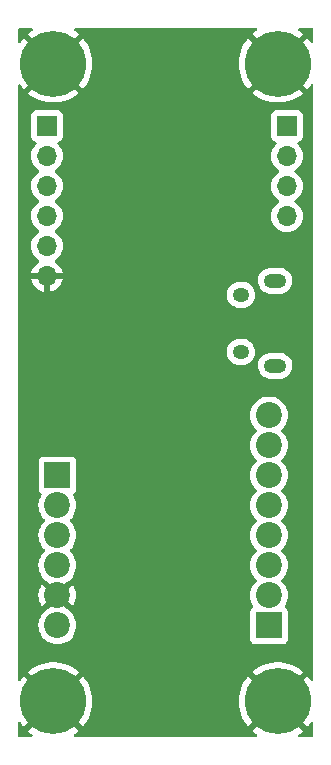
<source format=gbr>
%TF.GenerationSoftware,KiCad,Pcbnew,7.0.5*%
%TF.CreationDate,2023-12-10T00:27:40-08:00*%
%TF.ProjectId,Lyrav3,4c797261-7633-42e6-9b69-6361645f7063,rev?*%
%TF.SameCoordinates,Original*%
%TF.FileFunction,Copper,L2,Inr*%
%TF.FilePolarity,Positive*%
%FSLAX46Y46*%
G04 Gerber Fmt 4.6, Leading zero omitted, Abs format (unit mm)*
G04 Created by KiCad (PCBNEW 7.0.5) date 2023-12-10 00:27:40*
%MOMM*%
%LPD*%
G01*
G04 APERTURE LIST*
%TA.AperFunction,ComponentPad*%
%ADD10C,5.600000*%
%TD*%
%TA.AperFunction,ComponentPad*%
%ADD11R,1.700000X1.700000*%
%TD*%
%TA.AperFunction,ComponentPad*%
%ADD12O,1.700000X1.700000*%
%TD*%
%TA.AperFunction,ComponentPad*%
%ADD13R,2.200000X2.200000*%
%TD*%
%TA.AperFunction,ComponentPad*%
%ADD14C,2.200000*%
%TD*%
%TA.AperFunction,ComponentPad*%
%ADD15O,1.900000X1.200000*%
%TD*%
%TA.AperFunction,ComponentPad*%
%ADD16O,1.400000X1.200000*%
%TD*%
G04 APERTURE END LIST*
D10*
%TO.N,GND*%
%TO.C,H3*%
X186600000Y-116025000D03*
%TD*%
D11*
%TO.N,/BRKOUT1*%
%TO.C,J8*%
X206375000Y-67320000D03*
D12*
%TO.N,/BRKOUT2*%
X206375000Y-69860000D03*
%TO.N,/BRKOUT3*%
X206375000Y-72400000D03*
%TO.N,/BRKOUT4*%
X206375000Y-74940000D03*
%TD*%
D13*
%TO.N,/P4-*%
%TO.C,J1*%
X204851000Y-109601000D03*
D14*
%TO.N,/PYRO PWR*%
X204851000Y-107061000D03*
%TO.N,/P3-*%
X204851000Y-104521000D03*
%TO.N,/PYRO PWR*%
X204851000Y-101981000D03*
%TO.N,/P2-*%
X204851000Y-99441000D03*
%TO.N,/PYRO PWR*%
X204851000Y-96901000D03*
%TO.N,/P1-*%
X204851000Y-94361000D03*
%TO.N,/PYRO PWR*%
X204851000Y-91821000D03*
%TD*%
D15*
%TO.N,N/C*%
%TO.C,J7*%
X205377100Y-87623200D03*
X205377100Y-80423200D03*
D16*
X202477100Y-81603200D03*
%TO.N,unconnected-(J7-Shield-Pad6)*%
X202477100Y-86443200D03*
%TD*%
D10*
%TO.N,GND*%
%TO.C,H1*%
X186600000Y-62025000D03*
%TD*%
%TO.N,GND*%
%TO.C,H2*%
X205600000Y-62025000D03*
%TD*%
%TO.N,GND*%
%TO.C,H4*%
X205600000Y-116025000D03*
%TD*%
D13*
%TO.N,/PYRO PWR*%
%TO.C,J2*%
X186944000Y-96901000D03*
D14*
%TO.N,+12P*%
X186944000Y-99441000D03*
%TO.N,+12V*%
X186944000Y-101981000D03*
%TO.N,+BATT*%
X186944000Y-104521000D03*
%TO.N,GND*%
X186944000Y-107061000D03*
%TO.N,+BATT*%
X186944000Y-109601000D03*
%TD*%
D11*
%TO.N,/BRKOUT7*%
%TO.C,J6*%
X186055000Y-67310000D03*
D12*
%TO.N,/BRKOUT6*%
X186055000Y-69850000D03*
%TO.N,/BRKOUT5*%
X186055000Y-72390000D03*
%TO.N,+12VA*%
X186055000Y-74930000D03*
%TO.N,+3V3*%
X186055000Y-77470000D03*
%TO.N,GND*%
X186055000Y-80010000D03*
%TD*%
%TA.AperFunction,Conductor*%
%TO.N,GND*%
G36*
X185465130Y-117159870D02*
G01*
X185655818Y-117322732D01*
X184447255Y-118531295D01*
X184447256Y-118531296D01*
X184460485Y-118543828D01*
X184460486Y-118543829D01*
X184745367Y-118760388D01*
X184745370Y-118760390D01*
X184801644Y-118794249D01*
X184848939Y-118845678D01*
X184860922Y-118914513D01*
X184833787Y-118978899D01*
X184776151Y-119018393D01*
X184737716Y-119024500D01*
X183724500Y-119024500D01*
X183657461Y-119004815D01*
X183611706Y-118952011D01*
X183600500Y-118900500D01*
X183600500Y-117885307D01*
X183620185Y-117818268D01*
X183672989Y-117772513D01*
X183742147Y-117762569D01*
X183805703Y-117791594D01*
X183827134Y-117815720D01*
X183969038Y-118025013D01*
X184096441Y-118175003D01*
X184096442Y-118175004D01*
X185302266Y-116969180D01*
X185465130Y-117159870D01*
G37*
%TD.AperFunction*%
%TA.AperFunction,Conductor*%
G36*
X203804755Y-59045185D02*
G01*
X203850510Y-59097989D01*
X203860454Y-59167147D01*
X203831429Y-59230703D01*
X203801644Y-59255751D01*
X203745370Y-59289609D01*
X203745367Y-59289611D01*
X203460491Y-59506166D01*
X203447256Y-59518703D01*
X203447255Y-59518703D01*
X204655819Y-60727266D01*
X204465130Y-60890130D01*
X204302267Y-61080818D01*
X203096442Y-59874994D01*
X203096441Y-59874995D01*
X202969040Y-60024983D01*
X202969033Y-60024993D01*
X202768218Y-60321172D01*
X202600606Y-60637322D01*
X202600597Y-60637340D01*
X202468149Y-60969760D01*
X202468147Y-60969767D01*
X202372421Y-61314542D01*
X202372415Y-61314568D01*
X202314527Y-61667668D01*
X202314526Y-61667685D01*
X202295153Y-62024997D01*
X202295153Y-62025002D01*
X202314526Y-62382314D01*
X202314527Y-62382331D01*
X202372415Y-62735431D01*
X202372421Y-62735457D01*
X202468147Y-63080232D01*
X202468149Y-63080239D01*
X202600597Y-63412659D01*
X202600606Y-63412677D01*
X202768218Y-63728827D01*
X202969033Y-64025007D01*
X203096441Y-64175003D01*
X203096442Y-64175004D01*
X204302266Y-62969179D01*
X204465130Y-63159870D01*
X204655818Y-63322732D01*
X203447255Y-64531295D01*
X203447256Y-64531296D01*
X203460485Y-64543828D01*
X203460486Y-64543829D01*
X203745367Y-64760388D01*
X203745370Y-64760390D01*
X204051990Y-64944876D01*
X204376739Y-65095122D01*
X204376744Y-65095123D01*
X204715855Y-65209383D01*
X205065339Y-65286311D01*
X205421075Y-65324999D01*
X205421085Y-65325000D01*
X205778915Y-65325000D01*
X205778924Y-65324999D01*
X206134660Y-65286311D01*
X206484144Y-65209383D01*
X206823255Y-65095123D01*
X206823260Y-65095122D01*
X207148009Y-64944876D01*
X207454629Y-64760390D01*
X207454632Y-64760388D01*
X207739504Y-64543836D01*
X207752742Y-64531294D01*
X206544180Y-63322733D01*
X206734870Y-63159870D01*
X206897733Y-62969180D01*
X208103556Y-64175003D01*
X208230964Y-64025008D01*
X208230966Y-64025006D01*
X208372866Y-63815720D01*
X208426781Y-63771279D01*
X208496163Y-63763041D01*
X208558985Y-63793621D01*
X208595301Y-63853312D01*
X208599500Y-63885307D01*
X208599500Y-114164692D01*
X208579815Y-114231731D01*
X208527011Y-114277486D01*
X208457853Y-114287430D01*
X208394297Y-114258405D01*
X208372867Y-114234279D01*
X208230966Y-114024992D01*
X208103557Y-113874995D01*
X208103556Y-113874994D01*
X206897732Y-115080818D01*
X206734870Y-114890130D01*
X206544179Y-114727265D01*
X207752743Y-113518703D01*
X207752742Y-113518702D01*
X207739514Y-113506171D01*
X207739513Y-113506170D01*
X207454632Y-113289611D01*
X207454629Y-113289609D01*
X207148009Y-113105123D01*
X206823260Y-112954877D01*
X206823255Y-112954876D01*
X206484144Y-112840616D01*
X206134660Y-112763688D01*
X205778924Y-112725000D01*
X205421075Y-112725000D01*
X205065339Y-112763688D01*
X204715855Y-112840616D01*
X204376744Y-112954876D01*
X204376739Y-112954877D01*
X204051990Y-113105123D01*
X203745370Y-113289609D01*
X203745367Y-113289611D01*
X203460491Y-113506166D01*
X203447256Y-113518703D01*
X203447255Y-113518703D01*
X204655819Y-114727266D01*
X204465130Y-114890130D01*
X204302266Y-115080818D01*
X203096442Y-113874994D01*
X203096441Y-113874995D01*
X202969040Y-114024983D01*
X202969033Y-114024993D01*
X202768218Y-114321172D01*
X202600606Y-114637322D01*
X202600597Y-114637340D01*
X202468149Y-114969760D01*
X202468147Y-114969767D01*
X202372421Y-115314542D01*
X202372415Y-115314568D01*
X202314527Y-115667668D01*
X202314526Y-115667685D01*
X202295153Y-116024997D01*
X202295153Y-116025002D01*
X202314526Y-116382314D01*
X202314527Y-116382331D01*
X202372415Y-116735431D01*
X202372421Y-116735457D01*
X202468147Y-117080232D01*
X202468149Y-117080239D01*
X202600597Y-117412659D01*
X202600606Y-117412677D01*
X202768218Y-117728827D01*
X202969033Y-118025007D01*
X203096441Y-118175003D01*
X203096442Y-118175004D01*
X204302266Y-116969180D01*
X204465130Y-117159870D01*
X204655818Y-117322732D01*
X203447255Y-118531295D01*
X203447256Y-118531296D01*
X203460485Y-118543828D01*
X203460486Y-118543829D01*
X203745367Y-118760388D01*
X203745370Y-118760390D01*
X203801644Y-118794249D01*
X203848939Y-118845678D01*
X203860922Y-118914513D01*
X203833787Y-118978899D01*
X203776151Y-119018393D01*
X203737716Y-119024500D01*
X188462284Y-119024500D01*
X188395245Y-119004815D01*
X188349490Y-118952011D01*
X188339546Y-118882853D01*
X188368571Y-118819297D01*
X188398356Y-118794249D01*
X188454629Y-118760390D01*
X188454632Y-118760388D01*
X188739504Y-118543836D01*
X188752742Y-118531294D01*
X187544180Y-117322733D01*
X187734870Y-117159870D01*
X187897733Y-116969180D01*
X189103556Y-118175003D01*
X189230964Y-118025008D01*
X189230975Y-118024994D01*
X189431781Y-117728827D01*
X189599393Y-117412677D01*
X189599402Y-117412659D01*
X189731850Y-117080239D01*
X189731852Y-117080232D01*
X189827578Y-116735457D01*
X189827584Y-116735431D01*
X189885472Y-116382331D01*
X189885473Y-116382314D01*
X189904846Y-116025002D01*
X189904846Y-116024997D01*
X189885473Y-115667685D01*
X189885472Y-115667668D01*
X189827584Y-115314568D01*
X189827578Y-115314542D01*
X189731852Y-114969767D01*
X189731850Y-114969760D01*
X189599402Y-114637340D01*
X189599393Y-114637322D01*
X189431781Y-114321172D01*
X189230966Y-114024992D01*
X189103557Y-113874995D01*
X189103556Y-113874994D01*
X187897732Y-115080818D01*
X187734870Y-114890130D01*
X187544179Y-114727265D01*
X188752743Y-113518703D01*
X188752742Y-113518702D01*
X188739514Y-113506171D01*
X188739513Y-113506170D01*
X188454632Y-113289611D01*
X188454629Y-113289609D01*
X188148009Y-113105123D01*
X187823260Y-112954877D01*
X187823255Y-112954876D01*
X187484144Y-112840616D01*
X187134660Y-112763688D01*
X186778924Y-112725000D01*
X186421075Y-112725000D01*
X186065339Y-112763688D01*
X185715855Y-112840616D01*
X185376744Y-112954876D01*
X185376739Y-112954877D01*
X185051990Y-113105123D01*
X184745370Y-113289609D01*
X184745367Y-113289611D01*
X184460491Y-113506166D01*
X184447256Y-113518703D01*
X184447255Y-113518703D01*
X185655819Y-114727266D01*
X185465130Y-114890130D01*
X185302266Y-115080818D01*
X184096442Y-113874994D01*
X184096441Y-113874995D01*
X183969040Y-114024983D01*
X183969039Y-114024985D01*
X183827133Y-114234280D01*
X183773219Y-114278720D01*
X183703836Y-114286958D01*
X183641015Y-114256377D01*
X183604699Y-114196687D01*
X183600500Y-114164692D01*
X183600500Y-109601000D01*
X185338551Y-109601000D01*
X185358317Y-109852151D01*
X185417126Y-110097110D01*
X185513533Y-110329859D01*
X185645160Y-110544653D01*
X185645161Y-110544656D01*
X185645164Y-110544659D01*
X185808776Y-110736224D01*
X185957066Y-110862875D01*
X186000343Y-110899838D01*
X186000346Y-110899839D01*
X186215140Y-111031466D01*
X186447888Y-111127872D01*
X186447889Y-111127873D01*
X186692852Y-111186683D01*
X186944000Y-111206449D01*
X187195148Y-111186683D01*
X187440111Y-111127873D01*
X187672859Y-111031466D01*
X187887659Y-110899836D01*
X188079224Y-110736224D01*
X188242836Y-110544659D01*
X188374466Y-110329859D01*
X188470873Y-110097111D01*
X188529683Y-109852148D01*
X188549449Y-109601000D01*
X188529683Y-109349852D01*
X188470873Y-109104889D01*
X188374466Y-108872141D01*
X188374466Y-108872140D01*
X188242839Y-108657346D01*
X188242838Y-108657343D01*
X188205875Y-108614066D01*
X188079224Y-108465776D01*
X187952571Y-108357604D01*
X187887656Y-108302161D01*
X187887653Y-108302160D01*
X187755415Y-108221124D01*
X187732524Y-108203078D01*
X187115568Y-107586121D01*
X187232458Y-107535349D01*
X187349739Y-107439934D01*
X187436928Y-107316415D01*
X187467354Y-107230802D01*
X188241732Y-108005179D01*
X188242424Y-108004371D01*
X188242432Y-108004360D01*
X188374019Y-107789631D01*
X188470396Y-107556956D01*
X188529187Y-107312072D01*
X188548947Y-107061000D01*
X188548947Y-107060999D01*
X203245551Y-107060999D01*
X203265317Y-107312151D01*
X203324126Y-107557110D01*
X203420533Y-107789859D01*
X203501520Y-107922016D01*
X203519765Y-107989462D01*
X203498649Y-108056064D01*
X203470105Y-108086072D01*
X203393452Y-108143455D01*
X203307206Y-108258664D01*
X203307202Y-108258671D01*
X203256908Y-108393517D01*
X203250501Y-108453116D01*
X203250501Y-108453123D01*
X203250500Y-108453135D01*
X203250500Y-110748870D01*
X203250501Y-110748876D01*
X203256908Y-110808483D01*
X203307202Y-110943328D01*
X203307206Y-110943335D01*
X203393452Y-111058544D01*
X203393455Y-111058547D01*
X203508664Y-111144793D01*
X203508671Y-111144797D01*
X203643517Y-111195091D01*
X203643516Y-111195091D01*
X203650444Y-111195835D01*
X203703127Y-111201500D01*
X205998872Y-111201499D01*
X206058483Y-111195091D01*
X206193331Y-111144796D01*
X206308546Y-111058546D01*
X206394796Y-110943331D01*
X206445091Y-110808483D01*
X206451500Y-110748873D01*
X206451499Y-108453128D01*
X206445091Y-108393517D01*
X206411017Y-108302161D01*
X206394797Y-108258671D01*
X206394793Y-108258664D01*
X206308547Y-108143455D01*
X206231894Y-108086072D01*
X206190024Y-108030138D01*
X206185040Y-107960446D01*
X206200476Y-107922021D01*
X206281466Y-107789859D01*
X206377873Y-107557111D01*
X206436683Y-107312148D01*
X206456449Y-107061000D01*
X206436683Y-106809852D01*
X206377873Y-106564889D01*
X206281466Y-106332141D01*
X206281466Y-106332140D01*
X206149839Y-106117346D01*
X206149838Y-106117343D01*
X205986224Y-105925776D01*
X205978199Y-105918922D01*
X205938819Y-105885289D01*
X205900627Y-105826784D01*
X205900128Y-105756916D01*
X205937482Y-105697870D01*
X205938756Y-105696764D01*
X205986224Y-105656224D01*
X206149836Y-105464659D01*
X206281466Y-105249859D01*
X206377873Y-105017111D01*
X206436683Y-104772148D01*
X206456449Y-104521000D01*
X206436683Y-104269852D01*
X206377873Y-104024889D01*
X206281466Y-103792141D01*
X206281466Y-103792140D01*
X206149839Y-103577346D01*
X206149838Y-103577343D01*
X206112875Y-103534066D01*
X205986224Y-103385776D01*
X205938820Y-103345289D01*
X205900627Y-103286782D01*
X205900129Y-103216914D01*
X205937483Y-103157868D01*
X205938669Y-103156839D01*
X205986224Y-103116224D01*
X206149836Y-102924659D01*
X206281466Y-102709859D01*
X206377873Y-102477111D01*
X206436683Y-102232148D01*
X206456449Y-101981000D01*
X206436683Y-101729852D01*
X206377873Y-101484889D01*
X206281466Y-101252141D01*
X206281466Y-101252140D01*
X206149839Y-101037346D01*
X206149838Y-101037343D01*
X205986224Y-100845776D01*
X205986215Y-100845768D01*
X205938819Y-100805288D01*
X205900627Y-100746784D01*
X205900128Y-100676916D01*
X205937482Y-100617870D01*
X205938769Y-100616753D01*
X205986224Y-100576224D01*
X206149836Y-100384659D01*
X206281466Y-100169859D01*
X206377873Y-99937111D01*
X206436683Y-99692148D01*
X206456449Y-99441000D01*
X206436683Y-99189852D01*
X206377873Y-98944889D01*
X206281466Y-98712141D01*
X206281466Y-98712140D01*
X206149839Y-98497346D01*
X206149838Y-98497343D01*
X206080301Y-98415926D01*
X205986224Y-98305776D01*
X205938820Y-98265289D01*
X205900627Y-98206782D01*
X205900129Y-98136914D01*
X205937483Y-98077868D01*
X205938669Y-98076839D01*
X205986224Y-98036224D01*
X206149836Y-97844659D01*
X206281466Y-97629859D01*
X206377873Y-97397111D01*
X206436683Y-97152148D01*
X206456449Y-96901000D01*
X206436683Y-96649852D01*
X206377873Y-96404889D01*
X206281466Y-96172141D01*
X206281466Y-96172140D01*
X206149839Y-95957346D01*
X206149838Y-95957343D01*
X205986224Y-95765776D01*
X205971401Y-95753116D01*
X205938819Y-95725289D01*
X205900627Y-95666784D01*
X205900128Y-95596916D01*
X205937482Y-95537870D01*
X205938756Y-95536764D01*
X205986224Y-95496224D01*
X206149836Y-95304659D01*
X206281466Y-95089859D01*
X206377873Y-94857111D01*
X206436683Y-94612148D01*
X206456449Y-94361000D01*
X206436683Y-94109852D01*
X206377873Y-93864889D01*
X206281466Y-93632141D01*
X206281466Y-93632140D01*
X206149839Y-93417346D01*
X206149838Y-93417343D01*
X206112875Y-93374066D01*
X205986224Y-93225776D01*
X205938820Y-93185289D01*
X205900627Y-93126782D01*
X205900129Y-93056914D01*
X205937483Y-92997868D01*
X205938669Y-92996839D01*
X205986224Y-92956224D01*
X206149836Y-92764659D01*
X206281466Y-92549859D01*
X206377873Y-92317111D01*
X206436683Y-92072148D01*
X206456449Y-91821000D01*
X206436683Y-91569852D01*
X206377873Y-91324889D01*
X206281466Y-91092141D01*
X206281466Y-91092140D01*
X206149839Y-90877346D01*
X206149838Y-90877343D01*
X206112875Y-90834066D01*
X205986224Y-90685776D01*
X205859571Y-90577604D01*
X205794656Y-90522161D01*
X205794653Y-90522160D01*
X205579859Y-90390533D01*
X205347110Y-90294126D01*
X205102151Y-90235317D01*
X204913787Y-90220492D01*
X204851000Y-90215551D01*
X204850999Y-90215551D01*
X204599848Y-90235317D01*
X204354889Y-90294126D01*
X204122140Y-90390533D01*
X203907346Y-90522160D01*
X203907343Y-90522161D01*
X203715776Y-90685776D01*
X203552161Y-90877343D01*
X203552160Y-90877346D01*
X203420533Y-91092140D01*
X203324126Y-91324889D01*
X203265317Y-91569848D01*
X203245551Y-91821000D01*
X203265317Y-92072151D01*
X203324126Y-92317110D01*
X203420533Y-92549859D01*
X203552160Y-92764653D01*
X203552161Y-92764656D01*
X203552164Y-92764659D01*
X203715776Y-92956224D01*
X203763179Y-92996710D01*
X203801371Y-93055215D01*
X203801871Y-93125083D01*
X203764517Y-93184129D01*
X203763180Y-93185288D01*
X203715777Y-93225775D01*
X203552161Y-93417343D01*
X203552160Y-93417346D01*
X203420533Y-93632140D01*
X203324126Y-93864889D01*
X203265317Y-94109848D01*
X203245551Y-94361000D01*
X203265317Y-94612151D01*
X203324126Y-94857110D01*
X203420533Y-95089859D01*
X203552160Y-95304653D01*
X203552161Y-95304656D01*
X203597040Y-95357202D01*
X203715776Y-95496224D01*
X203763178Y-95536709D01*
X203763179Y-95536710D01*
X203801372Y-95595217D01*
X203801870Y-95665085D01*
X203764516Y-95724131D01*
X203763179Y-95725290D01*
X203715776Y-95765776D01*
X203552161Y-95957343D01*
X203552160Y-95957346D01*
X203420533Y-96172140D01*
X203324126Y-96404889D01*
X203265317Y-96649848D01*
X203245551Y-96901000D01*
X203265317Y-97152151D01*
X203324126Y-97397110D01*
X203420533Y-97629859D01*
X203552160Y-97844653D01*
X203552161Y-97844656D01*
X203552164Y-97844659D01*
X203715776Y-98036224D01*
X203763175Y-98076707D01*
X203763179Y-98076710D01*
X203801372Y-98135217D01*
X203801870Y-98205085D01*
X203764516Y-98264131D01*
X203763179Y-98265290D01*
X203715776Y-98305776D01*
X203552161Y-98497343D01*
X203552160Y-98497346D01*
X203420533Y-98712140D01*
X203324126Y-98944889D01*
X203265317Y-99189848D01*
X203245551Y-99440999D01*
X203265317Y-99692151D01*
X203324126Y-99937110D01*
X203420533Y-100169859D01*
X203552160Y-100384653D01*
X203552161Y-100384656D01*
X203552164Y-100384659D01*
X203715776Y-100576224D01*
X203760507Y-100614428D01*
X203763178Y-100616709D01*
X203801371Y-100675216D01*
X203801869Y-100745084D01*
X203764515Y-100804130D01*
X203763179Y-100805288D01*
X203715783Y-100845768D01*
X203715776Y-100845776D01*
X203552161Y-101037343D01*
X203552160Y-101037346D01*
X203420533Y-101252140D01*
X203324126Y-101484889D01*
X203265317Y-101729848D01*
X203245551Y-101980999D01*
X203265317Y-102232151D01*
X203324126Y-102477110D01*
X203420533Y-102709859D01*
X203552160Y-102924653D01*
X203552161Y-102924656D01*
X203552164Y-102924659D01*
X203715776Y-103116224D01*
X203763179Y-103156710D01*
X203801371Y-103215215D01*
X203801871Y-103285083D01*
X203764517Y-103344129D01*
X203763180Y-103345288D01*
X203715777Y-103385775D01*
X203552161Y-103577343D01*
X203552160Y-103577346D01*
X203420533Y-103792140D01*
X203324126Y-104024889D01*
X203265317Y-104269848D01*
X203245551Y-104520999D01*
X203265317Y-104772151D01*
X203324126Y-105017110D01*
X203420533Y-105249859D01*
X203552160Y-105464653D01*
X203552161Y-105464656D01*
X203552164Y-105464659D01*
X203715776Y-105656224D01*
X203763178Y-105696709D01*
X203763179Y-105696710D01*
X203801372Y-105755217D01*
X203801870Y-105825085D01*
X203764516Y-105884131D01*
X203763179Y-105885290D01*
X203715776Y-105925776D01*
X203552161Y-106117343D01*
X203552160Y-106117346D01*
X203420533Y-106332140D01*
X203324126Y-106564889D01*
X203265317Y-106809848D01*
X203245551Y-107060999D01*
X188548947Y-107060999D01*
X188529187Y-106809927D01*
X188470396Y-106565043D01*
X188374019Y-106332368D01*
X188242432Y-106117638D01*
X188242430Y-106117636D01*
X188241732Y-106116819D01*
X187469929Y-106888622D01*
X187467116Y-106875085D01*
X187397558Y-106740844D01*
X187294362Y-106630348D01*
X187165181Y-106551791D01*
X187113995Y-106537449D01*
X187732522Y-105918922D01*
X187755407Y-105900879D01*
X187887659Y-105819836D01*
X188079224Y-105656224D01*
X188242836Y-105464659D01*
X188374466Y-105249859D01*
X188470873Y-105017111D01*
X188529683Y-104772148D01*
X188549449Y-104521000D01*
X188529683Y-104269852D01*
X188470873Y-104024889D01*
X188374466Y-103792141D01*
X188374466Y-103792140D01*
X188242839Y-103577346D01*
X188242838Y-103577343D01*
X188079224Y-103385776D01*
X188079223Y-103385775D01*
X188031819Y-103345289D01*
X187993627Y-103286784D01*
X187993128Y-103216916D01*
X188030482Y-103157870D01*
X188031756Y-103156764D01*
X188079224Y-103116224D01*
X188242836Y-102924659D01*
X188374466Y-102709859D01*
X188470873Y-102477111D01*
X188529683Y-102232148D01*
X188549449Y-101981000D01*
X188529683Y-101729852D01*
X188470873Y-101484889D01*
X188374466Y-101252141D01*
X188374466Y-101252140D01*
X188242839Y-101037346D01*
X188242838Y-101037343D01*
X188079224Y-100845776D01*
X188079215Y-100845768D01*
X188031819Y-100805288D01*
X187993627Y-100746784D01*
X187993128Y-100676916D01*
X188030482Y-100617870D01*
X188031769Y-100616753D01*
X188079224Y-100576224D01*
X188242836Y-100384659D01*
X188374466Y-100169859D01*
X188470873Y-99937111D01*
X188529683Y-99692148D01*
X188549449Y-99441000D01*
X188529683Y-99189852D01*
X188470873Y-98944889D01*
X188374466Y-98712141D01*
X188374466Y-98712140D01*
X188293479Y-98579983D01*
X188275234Y-98512538D01*
X188296350Y-98445935D01*
X188324891Y-98415929D01*
X188401546Y-98358546D01*
X188487796Y-98243331D01*
X188538091Y-98108483D01*
X188544500Y-98048873D01*
X188544499Y-95753128D01*
X188538091Y-95693517D01*
X188528120Y-95666784D01*
X188487797Y-95558671D01*
X188487793Y-95558664D01*
X188401547Y-95443455D01*
X188401544Y-95443452D01*
X188286335Y-95357206D01*
X188286328Y-95357202D01*
X188151482Y-95306908D01*
X188151483Y-95306908D01*
X188091883Y-95300501D01*
X188091881Y-95300500D01*
X188091873Y-95300500D01*
X188091864Y-95300500D01*
X185796129Y-95300500D01*
X185796123Y-95300501D01*
X185736516Y-95306908D01*
X185601671Y-95357202D01*
X185601664Y-95357206D01*
X185486455Y-95443452D01*
X185486452Y-95443455D01*
X185400206Y-95558664D01*
X185400202Y-95558671D01*
X185349908Y-95693517D01*
X185343501Y-95753116D01*
X185343501Y-95753123D01*
X185343500Y-95753135D01*
X185343500Y-98048870D01*
X185343501Y-98048876D01*
X185349908Y-98108483D01*
X185400202Y-98243328D01*
X185400206Y-98243335D01*
X185486452Y-98358544D01*
X185486455Y-98358547D01*
X185563104Y-98415927D01*
X185604975Y-98471861D01*
X185609959Y-98541552D01*
X185594520Y-98579983D01*
X185513533Y-98712140D01*
X185417126Y-98944889D01*
X185358317Y-99189848D01*
X185338551Y-99440999D01*
X185358317Y-99692151D01*
X185417126Y-99937110D01*
X185513533Y-100169859D01*
X185645160Y-100384653D01*
X185645161Y-100384656D01*
X185645164Y-100384659D01*
X185808776Y-100576224D01*
X185853507Y-100614428D01*
X185856178Y-100616709D01*
X185894371Y-100675216D01*
X185894869Y-100745084D01*
X185857515Y-100804130D01*
X185856179Y-100805288D01*
X185808783Y-100845768D01*
X185808776Y-100845776D01*
X185645161Y-101037343D01*
X185645160Y-101037346D01*
X185513533Y-101252140D01*
X185417126Y-101484889D01*
X185358317Y-101729848D01*
X185338551Y-101980999D01*
X185358317Y-102232151D01*
X185417126Y-102477110D01*
X185513533Y-102709859D01*
X185645160Y-102924653D01*
X185645161Y-102924656D01*
X185645164Y-102924659D01*
X185808776Y-103116224D01*
X185856179Y-103156710D01*
X185894371Y-103215215D01*
X185894871Y-103285083D01*
X185857517Y-103344129D01*
X185856180Y-103345288D01*
X185808777Y-103385775D01*
X185645161Y-103577343D01*
X185645160Y-103577346D01*
X185513533Y-103792140D01*
X185417126Y-104024889D01*
X185358317Y-104269848D01*
X185338551Y-104521000D01*
X185358317Y-104772151D01*
X185417126Y-105017110D01*
X185513533Y-105249859D01*
X185645160Y-105464653D01*
X185645161Y-105464656D01*
X185645164Y-105464659D01*
X185808776Y-105656224D01*
X186000341Y-105819836D01*
X186132585Y-105900875D01*
X186155474Y-105918920D01*
X186772431Y-106535878D01*
X186655542Y-106586651D01*
X186538261Y-106682066D01*
X186451072Y-106805585D01*
X186420644Y-106891198D01*
X185646266Y-106116820D01*
X185645568Y-106117637D01*
X185513980Y-106332368D01*
X185417603Y-106565043D01*
X185358812Y-106809927D01*
X185339052Y-107061000D01*
X185358812Y-107312072D01*
X185417603Y-107556956D01*
X185513980Y-107789631D01*
X185645566Y-108004358D01*
X185645577Y-108004374D01*
X185646264Y-108005178D01*
X185646266Y-108005178D01*
X186418070Y-107233375D01*
X186420884Y-107246915D01*
X186490442Y-107381156D01*
X186593638Y-107491652D01*
X186722819Y-107570209D01*
X186774002Y-107584550D01*
X186155473Y-108203079D01*
X186132582Y-108221125D01*
X186000346Y-108302160D01*
X186000343Y-108302161D01*
X185808776Y-108465776D01*
X185645161Y-108657343D01*
X185645160Y-108657346D01*
X185513533Y-108872140D01*
X185417126Y-109104889D01*
X185358317Y-109349848D01*
X185338551Y-109601000D01*
X183600500Y-109601000D01*
X183600500Y-87570601D01*
X203922846Y-87570601D01*
X203932845Y-87780527D01*
X203982396Y-87984778D01*
X203982398Y-87984782D01*
X204069698Y-88175943D01*
X204069701Y-88175948D01*
X204069702Y-88175950D01*
X204069704Y-88175953D01*
X204132727Y-88264456D01*
X204191615Y-88347153D01*
X204191620Y-88347159D01*
X204343720Y-88492185D01*
X204438678Y-88553211D01*
X204520528Y-88605813D01*
X204715643Y-88683925D01*
X204818828Y-88703812D01*
X204922014Y-88723700D01*
X204922015Y-88723700D01*
X205779519Y-88723700D01*
X205779525Y-88723700D01*
X205936318Y-88708728D01*
X206137975Y-88649516D01*
X206324782Y-88553211D01*
X206489986Y-88423292D01*
X206627619Y-88264456D01*
X206732704Y-88082444D01*
X206801444Y-87883833D01*
X206831354Y-87675802D01*
X206821354Y-87465870D01*
X206771804Y-87261624D01*
X206763431Y-87243290D01*
X206684501Y-87070456D01*
X206684498Y-87070451D01*
X206684497Y-87070450D01*
X206684496Y-87070447D01*
X206562586Y-86899248D01*
X206562584Y-86899246D01*
X206562579Y-86899240D01*
X206410479Y-86754214D01*
X206233674Y-86640588D01*
X206038555Y-86562474D01*
X205832186Y-86522700D01*
X205832185Y-86522700D01*
X204974675Y-86522700D01*
X204817881Y-86537672D01*
X204817882Y-86537672D01*
X204817878Y-86537673D01*
X204616227Y-86596883D01*
X204429413Y-86693191D01*
X204264216Y-86823105D01*
X204264212Y-86823109D01*
X204126578Y-86981946D01*
X204021498Y-87163950D01*
X203952756Y-87362565D01*
X203952756Y-87362567D01*
X203926714Y-87543700D01*
X203922846Y-87570601D01*
X183600500Y-87570601D01*
X183600500Y-86390601D01*
X201272846Y-86390601D01*
X201282845Y-86600527D01*
X201332396Y-86804778D01*
X201332398Y-86804782D01*
X201419698Y-86995943D01*
X201419701Y-86995948D01*
X201419702Y-86995950D01*
X201419704Y-86995953D01*
X201482727Y-87084456D01*
X201541615Y-87167153D01*
X201541620Y-87167159D01*
X201693720Y-87312185D01*
X201788678Y-87373211D01*
X201870528Y-87425813D01*
X202065643Y-87503925D01*
X202168828Y-87523812D01*
X202272014Y-87543700D01*
X202272015Y-87543700D01*
X202629519Y-87543700D01*
X202629525Y-87543700D01*
X202786318Y-87528728D01*
X202987975Y-87469516D01*
X203174782Y-87373211D01*
X203188320Y-87362565D01*
X203339983Y-87243294D01*
X203339986Y-87243292D01*
X203477619Y-87084456D01*
X203582704Y-86902444D01*
X203651444Y-86703833D01*
X203681354Y-86495802D01*
X203671354Y-86285870D01*
X203621804Y-86081624D01*
X203621801Y-86081617D01*
X203534501Y-85890456D01*
X203534498Y-85890451D01*
X203534497Y-85890450D01*
X203534496Y-85890447D01*
X203412586Y-85719248D01*
X203412584Y-85719246D01*
X203412579Y-85719240D01*
X203260479Y-85574214D01*
X203083674Y-85460588D01*
X202888555Y-85382474D01*
X202682186Y-85342700D01*
X202682185Y-85342700D01*
X202324675Y-85342700D01*
X202167882Y-85357672D01*
X202167878Y-85357673D01*
X201966227Y-85416883D01*
X201779413Y-85513191D01*
X201614216Y-85643105D01*
X201614212Y-85643109D01*
X201476578Y-85801946D01*
X201371498Y-85983950D01*
X201302756Y-86182565D01*
X201302756Y-86182567D01*
X201287904Y-86285870D01*
X201272846Y-86390601D01*
X183600500Y-86390601D01*
X183600500Y-81550601D01*
X201272846Y-81550601D01*
X201282845Y-81760527D01*
X201332396Y-81964778D01*
X201332398Y-81964782D01*
X201419698Y-82155943D01*
X201419701Y-82155948D01*
X201419702Y-82155950D01*
X201419704Y-82155953D01*
X201482727Y-82244456D01*
X201541615Y-82327153D01*
X201541620Y-82327159D01*
X201693720Y-82472185D01*
X201788678Y-82533211D01*
X201870528Y-82585813D01*
X202065643Y-82663925D01*
X202168828Y-82683812D01*
X202272014Y-82703700D01*
X202272015Y-82703700D01*
X202629519Y-82703700D01*
X202629525Y-82703700D01*
X202786318Y-82688728D01*
X202987975Y-82629516D01*
X203174782Y-82533211D01*
X203339986Y-82403292D01*
X203477619Y-82244456D01*
X203582704Y-82062444D01*
X203651444Y-81863833D01*
X203681354Y-81655802D01*
X203671354Y-81445870D01*
X203621804Y-81241624D01*
X203613431Y-81223290D01*
X203534501Y-81050456D01*
X203534498Y-81050451D01*
X203534497Y-81050450D01*
X203534496Y-81050447D01*
X203412586Y-80879248D01*
X203412584Y-80879246D01*
X203412579Y-80879240D01*
X203260479Y-80734214D01*
X203083674Y-80620588D01*
X202888555Y-80542474D01*
X202682186Y-80502700D01*
X202682185Y-80502700D01*
X202324675Y-80502700D01*
X202167882Y-80517672D01*
X202167878Y-80517673D01*
X201966227Y-80576883D01*
X201779413Y-80673191D01*
X201614216Y-80803105D01*
X201614212Y-80803109D01*
X201476578Y-80961946D01*
X201371498Y-81143950D01*
X201302756Y-81342565D01*
X201302756Y-81342567D01*
X201276714Y-81523700D01*
X201272846Y-81550601D01*
X183600500Y-81550601D01*
X183600500Y-77470000D01*
X184699341Y-77470000D01*
X184719936Y-77705403D01*
X184719938Y-77705413D01*
X184781094Y-77933655D01*
X184781096Y-77933659D01*
X184781097Y-77933663D01*
X184880964Y-78147829D01*
X184880965Y-78147830D01*
X184880967Y-78147834D01*
X185016501Y-78341395D01*
X185016506Y-78341402D01*
X185183597Y-78508493D01*
X185183603Y-78508498D01*
X185369594Y-78638730D01*
X185413219Y-78693307D01*
X185420413Y-78762805D01*
X185388890Y-78825160D01*
X185369595Y-78841880D01*
X185183922Y-78971890D01*
X185183920Y-78971891D01*
X185016891Y-79138920D01*
X185016886Y-79138926D01*
X184881400Y-79332420D01*
X184881399Y-79332422D01*
X184781570Y-79546507D01*
X184781567Y-79546513D01*
X184724364Y-79759999D01*
X184724364Y-79760000D01*
X185621314Y-79760000D01*
X185595507Y-79800156D01*
X185555000Y-79938111D01*
X185555000Y-80081889D01*
X185595507Y-80219844D01*
X185621314Y-80260000D01*
X184724364Y-80260000D01*
X184781567Y-80473486D01*
X184781570Y-80473492D01*
X184881399Y-80687578D01*
X185016894Y-80881082D01*
X185183917Y-81048105D01*
X185377421Y-81183600D01*
X185591507Y-81283429D01*
X185591516Y-81283433D01*
X185805000Y-81340634D01*
X185805000Y-80445501D01*
X185912685Y-80494680D01*
X186019237Y-80510000D01*
X186090763Y-80510000D01*
X186197315Y-80494680D01*
X186305000Y-80445501D01*
X186305000Y-81340633D01*
X186518483Y-81283433D01*
X186518492Y-81283429D01*
X186732578Y-81183600D01*
X186926082Y-81048105D01*
X187093105Y-80881082D01*
X187228600Y-80687578D01*
X187328429Y-80473492D01*
X187328432Y-80473486D01*
X187356000Y-80370601D01*
X203922846Y-80370601D01*
X203932845Y-80580527D01*
X203982396Y-80784778D01*
X203982398Y-80784782D01*
X204069698Y-80975943D01*
X204069701Y-80975948D01*
X204069702Y-80975950D01*
X204069704Y-80975953D01*
X204132727Y-81064456D01*
X204191615Y-81147153D01*
X204191620Y-81147159D01*
X204343720Y-81292185D01*
X204438678Y-81353211D01*
X204520528Y-81405813D01*
X204715643Y-81483925D01*
X204818828Y-81503812D01*
X204922014Y-81523700D01*
X204922015Y-81523700D01*
X205779519Y-81523700D01*
X205779525Y-81523700D01*
X205936318Y-81508728D01*
X206137975Y-81449516D01*
X206324782Y-81353211D01*
X206338320Y-81342565D01*
X206489983Y-81223294D01*
X206489986Y-81223292D01*
X206627619Y-81064456D01*
X206637060Y-81048105D01*
X206732701Y-80882449D01*
X206732700Y-80882449D01*
X206732704Y-80882444D01*
X206801444Y-80683833D01*
X206831354Y-80475802D01*
X206821354Y-80265870D01*
X206771804Y-80061624D01*
X206771801Y-80061617D01*
X206684501Y-79870456D01*
X206684498Y-79870451D01*
X206684497Y-79870450D01*
X206684496Y-79870447D01*
X206562586Y-79699248D01*
X206562584Y-79699246D01*
X206562579Y-79699240D01*
X206410479Y-79554214D01*
X206233674Y-79440588D01*
X206038555Y-79362474D01*
X205832186Y-79322700D01*
X205832185Y-79322700D01*
X204974675Y-79322700D01*
X204817882Y-79337672D01*
X204817878Y-79337673D01*
X204616227Y-79396883D01*
X204429413Y-79493191D01*
X204264216Y-79623105D01*
X204264212Y-79623109D01*
X204126578Y-79781946D01*
X204021498Y-79963950D01*
X203952756Y-80162565D01*
X203952756Y-80162567D01*
X203937904Y-80265870D01*
X203922846Y-80370601D01*
X187356000Y-80370601D01*
X187385636Y-80260000D01*
X186488686Y-80260000D01*
X186514493Y-80219844D01*
X186555000Y-80081889D01*
X186555000Y-79938111D01*
X186514493Y-79800156D01*
X186488686Y-79760000D01*
X187385636Y-79760000D01*
X187385635Y-79759999D01*
X187328432Y-79546513D01*
X187328429Y-79546507D01*
X187228600Y-79332422D01*
X187228599Y-79332420D01*
X187093113Y-79138926D01*
X187093108Y-79138920D01*
X186926078Y-78971890D01*
X186740405Y-78841879D01*
X186696780Y-78787302D01*
X186689588Y-78717804D01*
X186721110Y-78655449D01*
X186740406Y-78638730D01*
X186926401Y-78508495D01*
X187093495Y-78341401D01*
X187229035Y-78147830D01*
X187328903Y-77933663D01*
X187390063Y-77705408D01*
X187410659Y-77470000D01*
X187390063Y-77234592D01*
X187328903Y-77006337D01*
X187229035Y-76792171D01*
X187093495Y-76598599D01*
X187093494Y-76598597D01*
X186926402Y-76431506D01*
X186926396Y-76431501D01*
X186740842Y-76301575D01*
X186697217Y-76246998D01*
X186690023Y-76177500D01*
X186721546Y-76115145D01*
X186740842Y-76098425D01*
X186912115Y-75978498D01*
X186926401Y-75968495D01*
X187093495Y-75801401D01*
X187229035Y-75607830D01*
X187328903Y-75393663D01*
X187390063Y-75165408D01*
X187409784Y-74940000D01*
X205019341Y-74940000D01*
X205039936Y-75175403D01*
X205039938Y-75175413D01*
X205101094Y-75403655D01*
X205101096Y-75403659D01*
X205101097Y-75403663D01*
X205196302Y-75607830D01*
X205200965Y-75617830D01*
X205200967Y-75617834D01*
X205309281Y-75772521D01*
X205336505Y-75811401D01*
X205503599Y-75978495D01*
X205600384Y-76046264D01*
X205697165Y-76114032D01*
X205697167Y-76114033D01*
X205697170Y-76114035D01*
X205911337Y-76213903D01*
X206139592Y-76275063D01*
X206327918Y-76291539D01*
X206374999Y-76295659D01*
X206375000Y-76295659D01*
X206375001Y-76295659D01*
X206414234Y-76292226D01*
X206610408Y-76275063D01*
X206838663Y-76213903D01*
X207052830Y-76114035D01*
X207246401Y-75978495D01*
X207413495Y-75811401D01*
X207549035Y-75617830D01*
X207648903Y-75403663D01*
X207710063Y-75175408D01*
X207730659Y-74940000D01*
X207710063Y-74704592D01*
X207648903Y-74476337D01*
X207549035Y-74262171D01*
X207413495Y-74068599D01*
X207413494Y-74068597D01*
X207246402Y-73901506D01*
X207246396Y-73901501D01*
X207060842Y-73771575D01*
X207017217Y-73716998D01*
X207010023Y-73647500D01*
X207041546Y-73585145D01*
X207060842Y-73568425D01*
X207083026Y-73552891D01*
X207246401Y-73438495D01*
X207413495Y-73271401D01*
X207549035Y-73077830D01*
X207648903Y-72863663D01*
X207710063Y-72635408D01*
X207730659Y-72400000D01*
X207710063Y-72164592D01*
X207648903Y-71936337D01*
X207549035Y-71722171D01*
X207413495Y-71528599D01*
X207413494Y-71528597D01*
X207246402Y-71361506D01*
X207246396Y-71361501D01*
X207060842Y-71231575D01*
X207017217Y-71176998D01*
X207010023Y-71107500D01*
X207041546Y-71045145D01*
X207060842Y-71028425D01*
X207083026Y-71012891D01*
X207246401Y-70898495D01*
X207413495Y-70731401D01*
X207549035Y-70537830D01*
X207648903Y-70323663D01*
X207710063Y-70095408D01*
X207730659Y-69860000D01*
X207710063Y-69624592D01*
X207648903Y-69396337D01*
X207549035Y-69182171D01*
X207413495Y-68988599D01*
X207291567Y-68866671D01*
X207258084Y-68805351D01*
X207263068Y-68735659D01*
X207304939Y-68679725D01*
X207335915Y-68662810D01*
X207467331Y-68613796D01*
X207582546Y-68527546D01*
X207668796Y-68412331D01*
X207719091Y-68277483D01*
X207725500Y-68217873D01*
X207725499Y-66422128D01*
X207719091Y-66362517D01*
X207715361Y-66352517D01*
X207668797Y-66227671D01*
X207668793Y-66227664D01*
X207582547Y-66112455D01*
X207582544Y-66112452D01*
X207467335Y-66026206D01*
X207467328Y-66026202D01*
X207332482Y-65975908D01*
X207332483Y-65975908D01*
X207272883Y-65969501D01*
X207272881Y-65969500D01*
X207272873Y-65969500D01*
X207272864Y-65969500D01*
X205477129Y-65969500D01*
X205477123Y-65969501D01*
X205417516Y-65975908D01*
X205282671Y-66026202D01*
X205282664Y-66026206D01*
X205167455Y-66112452D01*
X205167452Y-66112455D01*
X205081206Y-66227664D01*
X205081202Y-66227671D01*
X205030908Y-66362517D01*
X205025575Y-66412127D01*
X205024501Y-66422123D01*
X205024500Y-66422135D01*
X205024500Y-68217870D01*
X205024501Y-68217876D01*
X205030908Y-68277483D01*
X205081202Y-68412328D01*
X205081206Y-68412335D01*
X205167452Y-68527544D01*
X205167455Y-68527547D01*
X205282664Y-68613793D01*
X205282671Y-68613797D01*
X205414081Y-68662810D01*
X205470015Y-68704681D01*
X205494432Y-68770145D01*
X205479580Y-68838418D01*
X205458430Y-68866673D01*
X205336503Y-68988600D01*
X205200965Y-69182169D01*
X205200964Y-69182171D01*
X205101098Y-69396335D01*
X205101094Y-69396344D01*
X205039938Y-69624586D01*
X205039936Y-69624596D01*
X205019341Y-69859999D01*
X205019341Y-69860000D01*
X205039936Y-70095403D01*
X205039938Y-70095413D01*
X205101094Y-70323655D01*
X205101096Y-70323659D01*
X205101097Y-70323663D01*
X205196302Y-70527830D01*
X205200965Y-70537830D01*
X205200967Y-70537834D01*
X205336501Y-70731395D01*
X205336506Y-70731402D01*
X205503597Y-70898493D01*
X205503603Y-70898498D01*
X205689158Y-71028425D01*
X205732783Y-71083002D01*
X205739977Y-71152500D01*
X205708454Y-71214855D01*
X205689158Y-71231575D01*
X205503597Y-71361505D01*
X205336505Y-71528597D01*
X205200965Y-71722169D01*
X205200964Y-71722171D01*
X205101098Y-71936335D01*
X205101094Y-71936344D01*
X205039938Y-72164586D01*
X205039936Y-72164596D01*
X205019341Y-72399999D01*
X205019341Y-72400000D01*
X205039936Y-72635403D01*
X205039938Y-72635413D01*
X205101094Y-72863655D01*
X205101096Y-72863659D01*
X205101097Y-72863663D01*
X205196302Y-73067830D01*
X205200965Y-73077830D01*
X205200967Y-73077834D01*
X205336501Y-73271395D01*
X205336506Y-73271402D01*
X205503597Y-73438493D01*
X205503603Y-73438498D01*
X205689158Y-73568425D01*
X205732783Y-73623002D01*
X205739977Y-73692500D01*
X205708454Y-73754855D01*
X205689158Y-73771575D01*
X205503597Y-73901505D01*
X205336505Y-74068597D01*
X205200965Y-74262169D01*
X205200964Y-74262171D01*
X205101098Y-74476335D01*
X205101094Y-74476344D01*
X205039938Y-74704586D01*
X205039936Y-74704596D01*
X205019341Y-74939999D01*
X205019341Y-74940000D01*
X187409784Y-74940000D01*
X187410659Y-74930000D01*
X187390063Y-74694592D01*
X187331584Y-74476344D01*
X187328905Y-74466344D01*
X187328904Y-74466343D01*
X187328903Y-74466337D01*
X187229035Y-74252171D01*
X187093495Y-74058599D01*
X187093494Y-74058597D01*
X186926402Y-73891506D01*
X186926396Y-73891501D01*
X186740842Y-73761575D01*
X186697217Y-73706998D01*
X186690023Y-73637500D01*
X186721546Y-73575145D01*
X186740842Y-73558425D01*
X186912115Y-73438498D01*
X186926401Y-73428495D01*
X187093495Y-73261401D01*
X187229035Y-73067830D01*
X187328903Y-72853663D01*
X187390063Y-72625408D01*
X187410659Y-72390000D01*
X187390063Y-72154592D01*
X187331584Y-71936344D01*
X187328905Y-71926344D01*
X187328904Y-71926343D01*
X187328903Y-71926337D01*
X187229035Y-71712171D01*
X187093495Y-71518599D01*
X187093494Y-71518597D01*
X186926402Y-71351506D01*
X186926396Y-71351501D01*
X186740842Y-71221575D01*
X186697217Y-71166998D01*
X186690023Y-71097500D01*
X186721546Y-71035145D01*
X186740842Y-71018425D01*
X186912115Y-70898498D01*
X186926401Y-70888495D01*
X187093495Y-70721401D01*
X187229035Y-70527830D01*
X187328903Y-70313663D01*
X187390063Y-70085408D01*
X187410659Y-69850000D01*
X187390063Y-69614592D01*
X187331584Y-69396344D01*
X187328905Y-69386344D01*
X187328904Y-69386343D01*
X187328903Y-69386337D01*
X187229035Y-69172171D01*
X187093495Y-68978599D01*
X186971567Y-68856671D01*
X186938084Y-68795351D01*
X186943068Y-68725659D01*
X186984939Y-68669725D01*
X187015915Y-68652810D01*
X187147331Y-68603796D01*
X187262546Y-68517546D01*
X187348796Y-68402331D01*
X187399091Y-68267483D01*
X187405500Y-68207873D01*
X187405499Y-66412128D01*
X187399091Y-66352517D01*
X187348796Y-66217669D01*
X187348795Y-66217668D01*
X187348793Y-66217664D01*
X187262547Y-66102455D01*
X187262544Y-66102452D01*
X187147335Y-66016206D01*
X187147328Y-66016202D01*
X187012482Y-65965908D01*
X187012483Y-65965908D01*
X186952883Y-65959501D01*
X186952881Y-65959500D01*
X186952873Y-65959500D01*
X186952864Y-65959500D01*
X185157129Y-65959500D01*
X185157123Y-65959501D01*
X185097516Y-65965908D01*
X184962671Y-66016202D01*
X184962664Y-66016206D01*
X184847455Y-66102452D01*
X184847452Y-66102455D01*
X184761206Y-66217664D01*
X184761202Y-66217671D01*
X184710908Y-66352517D01*
X184704501Y-66412116D01*
X184704501Y-66412123D01*
X184704500Y-66412135D01*
X184704500Y-68207870D01*
X184704501Y-68207876D01*
X184710908Y-68267483D01*
X184761202Y-68402328D01*
X184761206Y-68402335D01*
X184847452Y-68517544D01*
X184847455Y-68517547D01*
X184962664Y-68603793D01*
X184962671Y-68603797D01*
X185094081Y-68652810D01*
X185150015Y-68694681D01*
X185174432Y-68760145D01*
X185159580Y-68828418D01*
X185138430Y-68856673D01*
X185016503Y-68978600D01*
X184880965Y-69172169D01*
X184880964Y-69172171D01*
X184781098Y-69386335D01*
X184781094Y-69386344D01*
X184719938Y-69614586D01*
X184719936Y-69614596D01*
X184699341Y-69849999D01*
X184699341Y-69850000D01*
X184719936Y-70085403D01*
X184719938Y-70085413D01*
X184781094Y-70313655D01*
X184781096Y-70313659D01*
X184781097Y-70313663D01*
X184785761Y-70323664D01*
X184880965Y-70527830D01*
X184880967Y-70527834D01*
X185016501Y-70721395D01*
X185016506Y-70721402D01*
X185183597Y-70888493D01*
X185183603Y-70888498D01*
X185369158Y-71018425D01*
X185412783Y-71073002D01*
X185419977Y-71142500D01*
X185388454Y-71204855D01*
X185369158Y-71221575D01*
X185183597Y-71351505D01*
X185016505Y-71518597D01*
X184880965Y-71712169D01*
X184880964Y-71712171D01*
X184781098Y-71926335D01*
X184781094Y-71926344D01*
X184719938Y-72154586D01*
X184719936Y-72154596D01*
X184699341Y-72389999D01*
X184699341Y-72390000D01*
X184719936Y-72625403D01*
X184719938Y-72625413D01*
X184781094Y-72853655D01*
X184781096Y-72853659D01*
X184781097Y-72853663D01*
X184785761Y-72863664D01*
X184880965Y-73067830D01*
X184880967Y-73067834D01*
X185016501Y-73261395D01*
X185016506Y-73261402D01*
X185183597Y-73428493D01*
X185183603Y-73428498D01*
X185369158Y-73558425D01*
X185412783Y-73613002D01*
X185419977Y-73682500D01*
X185388454Y-73744855D01*
X185369158Y-73761575D01*
X185183597Y-73891505D01*
X185016505Y-74058597D01*
X184880965Y-74252169D01*
X184880964Y-74252171D01*
X184781098Y-74466335D01*
X184781094Y-74466344D01*
X184719938Y-74694586D01*
X184719936Y-74694596D01*
X184699341Y-74929999D01*
X184699341Y-74930000D01*
X184719936Y-75165403D01*
X184719938Y-75165413D01*
X184781094Y-75393655D01*
X184781096Y-75393659D01*
X184781097Y-75393663D01*
X184785761Y-75403664D01*
X184880965Y-75607830D01*
X184880967Y-75607834D01*
X185016501Y-75801395D01*
X185016506Y-75801402D01*
X185183597Y-75968493D01*
X185183603Y-75968498D01*
X185369158Y-76098425D01*
X185412783Y-76153002D01*
X185419977Y-76222500D01*
X185388454Y-76284855D01*
X185369158Y-76301575D01*
X185183597Y-76431505D01*
X185016505Y-76598597D01*
X184880965Y-76792169D01*
X184880964Y-76792171D01*
X184781098Y-77006335D01*
X184781094Y-77006344D01*
X184719938Y-77234586D01*
X184719936Y-77234596D01*
X184699341Y-77469999D01*
X184699341Y-77470000D01*
X183600500Y-77470000D01*
X183600500Y-63885307D01*
X183620185Y-63818268D01*
X183672989Y-63772513D01*
X183742147Y-63762569D01*
X183805703Y-63791594D01*
X183827134Y-63815720D01*
X183969038Y-64025013D01*
X184096441Y-64175003D01*
X184096442Y-64175004D01*
X185302266Y-62969179D01*
X185465130Y-63159870D01*
X185655818Y-63322732D01*
X184447255Y-64531295D01*
X184447256Y-64531296D01*
X184460485Y-64543828D01*
X184460486Y-64543829D01*
X184745367Y-64760388D01*
X184745370Y-64760390D01*
X185051990Y-64944876D01*
X185376739Y-65095122D01*
X185376744Y-65095123D01*
X185715855Y-65209383D01*
X186065339Y-65286311D01*
X186421075Y-65324999D01*
X186421085Y-65325000D01*
X186778915Y-65325000D01*
X186778924Y-65324999D01*
X187134660Y-65286311D01*
X187484144Y-65209383D01*
X187823255Y-65095123D01*
X187823260Y-65095122D01*
X188148009Y-64944876D01*
X188454629Y-64760390D01*
X188454632Y-64760388D01*
X188739504Y-64543836D01*
X188752742Y-64531294D01*
X187544180Y-63322733D01*
X187734870Y-63159870D01*
X187897733Y-62969180D01*
X189103556Y-64175003D01*
X189230964Y-64025008D01*
X189230975Y-64024994D01*
X189431781Y-63728827D01*
X189599393Y-63412677D01*
X189599402Y-63412659D01*
X189731850Y-63080239D01*
X189731852Y-63080232D01*
X189827578Y-62735457D01*
X189827584Y-62735431D01*
X189885472Y-62382331D01*
X189885473Y-62382314D01*
X189904846Y-62025002D01*
X189904846Y-62024997D01*
X189885473Y-61667685D01*
X189885472Y-61667668D01*
X189827584Y-61314568D01*
X189827578Y-61314542D01*
X189731852Y-60969767D01*
X189731850Y-60969760D01*
X189599402Y-60637340D01*
X189599393Y-60637322D01*
X189431781Y-60321172D01*
X189230966Y-60024992D01*
X189103557Y-59874995D01*
X189103556Y-59874994D01*
X187897732Y-61080818D01*
X187734870Y-60890130D01*
X187544179Y-60727265D01*
X188752743Y-59518703D01*
X188752742Y-59518702D01*
X188739514Y-59506171D01*
X188739513Y-59506170D01*
X188454632Y-59289611D01*
X188454629Y-59289609D01*
X188398356Y-59255751D01*
X188351061Y-59204322D01*
X188339078Y-59135487D01*
X188366213Y-59071101D01*
X188423849Y-59031607D01*
X188462284Y-59025500D01*
X203737716Y-59025500D01*
X203804755Y-59045185D01*
G37*
%TD.AperFunction*%
%TA.AperFunction,Conductor*%
G36*
X208103556Y-118175003D02*
G01*
X208230964Y-118025008D01*
X208230966Y-118025006D01*
X208372866Y-117815720D01*
X208426781Y-117771279D01*
X208496163Y-117763041D01*
X208558985Y-117793621D01*
X208595301Y-117853312D01*
X208599500Y-117885307D01*
X208599500Y-118900500D01*
X208579815Y-118967539D01*
X208527011Y-119013294D01*
X208475500Y-119024500D01*
X207462284Y-119024500D01*
X207395245Y-119004815D01*
X207349490Y-118952011D01*
X207339546Y-118882853D01*
X207368571Y-118819297D01*
X207398356Y-118794249D01*
X207454629Y-118760390D01*
X207454632Y-118760388D01*
X207739504Y-118543836D01*
X207752742Y-118531294D01*
X206544180Y-117322733D01*
X206734870Y-117159870D01*
X206897733Y-116969180D01*
X208103556Y-118175003D01*
G37*
%TD.AperFunction*%
%TA.AperFunction,Conductor*%
G36*
X184804755Y-59045185D02*
G01*
X184850510Y-59097989D01*
X184860454Y-59167147D01*
X184831429Y-59230703D01*
X184801644Y-59255751D01*
X184745370Y-59289609D01*
X184745367Y-59289611D01*
X184460491Y-59506166D01*
X184447256Y-59518703D01*
X184447255Y-59518703D01*
X185655819Y-60727266D01*
X185465130Y-60890130D01*
X185302267Y-61080818D01*
X184096442Y-59874994D01*
X184096441Y-59874995D01*
X183969040Y-60024983D01*
X183969039Y-60024985D01*
X183827133Y-60234280D01*
X183773219Y-60278720D01*
X183703836Y-60286958D01*
X183641015Y-60256377D01*
X183604699Y-60196687D01*
X183600500Y-60164692D01*
X183600500Y-59149500D01*
X183620185Y-59082461D01*
X183672989Y-59036706D01*
X183724500Y-59025500D01*
X184737716Y-59025500D01*
X184804755Y-59045185D01*
G37*
%TD.AperFunction*%
%TA.AperFunction,Conductor*%
G36*
X208542539Y-59045185D02*
G01*
X208588294Y-59097989D01*
X208599500Y-59149500D01*
X208599500Y-60164692D01*
X208579815Y-60231731D01*
X208527011Y-60277486D01*
X208457853Y-60287430D01*
X208394297Y-60258405D01*
X208372867Y-60234279D01*
X208230966Y-60024992D01*
X208103557Y-59874995D01*
X208103556Y-59874994D01*
X206897732Y-61080818D01*
X206734870Y-60890130D01*
X206544179Y-60727265D01*
X207752743Y-59518703D01*
X207752742Y-59518702D01*
X207739514Y-59506171D01*
X207739513Y-59506170D01*
X207454632Y-59289611D01*
X207454629Y-59289609D01*
X207398356Y-59255751D01*
X207351061Y-59204322D01*
X207339078Y-59135487D01*
X207366213Y-59071101D01*
X207423849Y-59031607D01*
X207462284Y-59025500D01*
X208475500Y-59025500D01*
X208542539Y-59045185D01*
G37*
%TD.AperFunction*%
%TD*%
M02*

</source>
